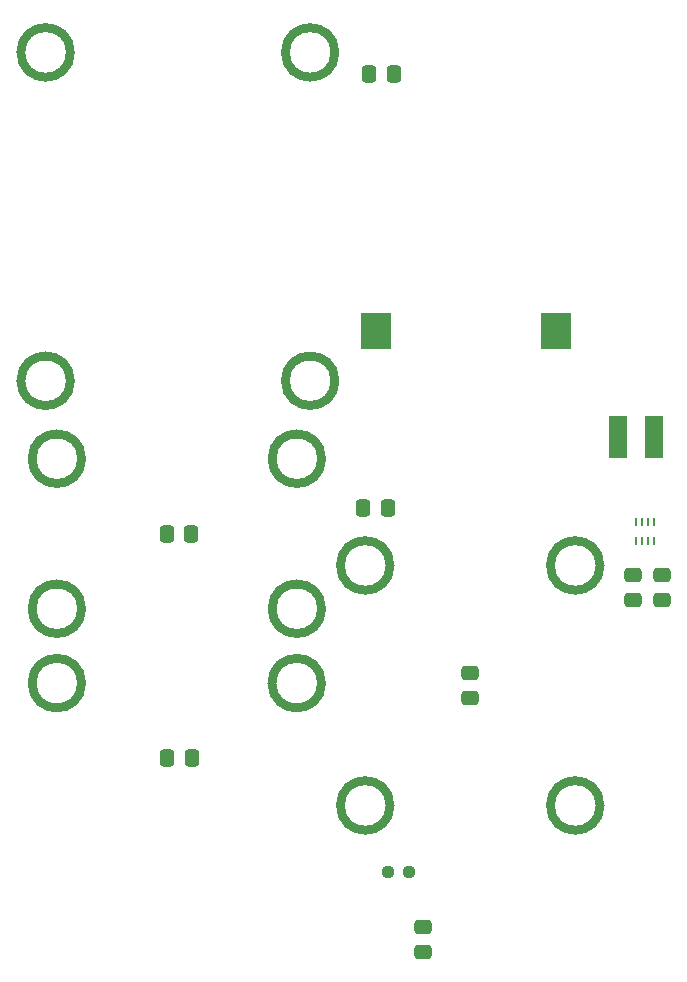
<source format=gbr>
%TF.GenerationSoftware,KiCad,Pcbnew,8.0.5*%
%TF.CreationDate,2025-05-01T20:42:10-04:00*%
%TF.ProjectId,CanSat_Sensor_Board,43616e53-6174-45f5-9365-6e736f725f42,rev?*%
%TF.SameCoordinates,Original*%
%TF.FileFunction,Paste,Top*%
%TF.FilePolarity,Positive*%
%FSLAX46Y46*%
G04 Gerber Fmt 4.6, Leading zero omitted, Abs format (unit mm)*
G04 Created by KiCad (PCBNEW 8.0.5) date 2025-05-01 20:42:10*
%MOMM*%
%LPD*%
G01*
G04 APERTURE LIST*
G04 Aperture macros list*
%AMRoundRect*
0 Rectangle with rounded corners*
0 $1 Rounding radius*
0 $2 $3 $4 $5 $6 $7 $8 $9 X,Y pos of 4 corners*
0 Add a 4 corners polygon primitive as box body*
4,1,4,$2,$3,$4,$5,$6,$7,$8,$9,$2,$3,0*
0 Add four circle primitives for the rounded corners*
1,1,$1+$1,$2,$3*
1,1,$1+$1,$4,$5*
1,1,$1+$1,$6,$7*
1,1,$1+$1,$8,$9*
0 Add four rect primitives between the rounded corners*
20,1,$1+$1,$2,$3,$4,$5,0*
20,1,$1+$1,$4,$5,$6,$7,0*
20,1,$1+$1,$6,$7,$8,$9,0*
20,1,$1+$1,$8,$9,$2,$3,0*%
G04 Aperture macros list end*
%ADD10C,0.750000*%
%ADD11RoundRect,0.250000X-0.475000X0.337500X-0.475000X-0.337500X0.475000X-0.337500X0.475000X0.337500X0*%
%ADD12RoundRect,0.250000X0.475000X-0.337500X0.475000X0.337500X-0.475000X0.337500X-0.475000X-0.337500X0*%
%ADD13RoundRect,0.250000X0.337500X0.475000X-0.337500X0.475000X-0.337500X-0.475000X0.337500X-0.475000X0*%
%ADD14R,2.540000X3.170000*%
%ADD15R,0.228600X0.711200*%
%ADD16RoundRect,0.237500X0.250000X0.237500X-0.250000X0.237500X-0.250000X-0.237500X0.250000X-0.237500X0*%
%ADD17RoundRect,0.250000X-0.337500X-0.475000X0.337500X-0.475000X0.337500X0.475000X-0.337500X0.475000X0*%
%ADD18R,1.500000X3.600000*%
G04 APERTURE END LIST*
D10*
%TO.C,SparkFunXBeeExplorer_U2*%
X144150000Y-59900000D02*
G75*
G02*
X139950000Y-59900000I-2100000J0D01*
G01*
X139950000Y-59900000D02*
G75*
G02*
X144150000Y-59900000I2100000J0D01*
G01*
X144150000Y-87700000D02*
G75*
G02*
X139950000Y-87700000I-2100000J0D01*
G01*
X139950000Y-87700000D02*
G75*
G02*
X144150000Y-87700000I2100000J0D01*
G01*
X166550000Y-59900000D02*
G75*
G02*
X162350000Y-59900000I-2100000J0D01*
G01*
X162350000Y-59900000D02*
G75*
G02*
X166550000Y-59900000I2100000J0D01*
G01*
X166550000Y-87700000D02*
G75*
G02*
X162350000Y-87700000I-2100000J0D01*
G01*
X162350000Y-87700000D02*
G75*
G02*
X166550000Y-87700000I2100000J0D01*
G01*
%TO.C,Adafruit_BME280_STEMMA_QT_U3*%
X145100000Y-113300000D02*
G75*
G02*
X140900000Y-113300000I-2100000J0D01*
G01*
X140900000Y-113300000D02*
G75*
G02*
X145100000Y-113300000I2100000J0D01*
G01*
X165410000Y-113300000D02*
G75*
G02*
X161210000Y-113300000I-2100000J0D01*
G01*
X161210000Y-113300000D02*
G75*
G02*
X165410000Y-113300000I2100000J0D01*
G01*
%TO.C,Adafruit_BNO085_U5*%
X188990000Y-123660000D02*
G75*
G02*
X184790000Y-123660000I-2100000J0D01*
G01*
X184790000Y-123660000D02*
G75*
G02*
X188990000Y-123660000I2100000J0D01*
G01*
X188990000Y-103340000D02*
G75*
G02*
X184790000Y-103340000I-2100000J0D01*
G01*
X184790000Y-103340000D02*
G75*
G02*
X188990000Y-103340000I2100000J0D01*
G01*
X171210000Y-123660000D02*
G75*
G02*
X167010000Y-123660000I-2100000J0D01*
G01*
X167010000Y-123660000D02*
G75*
G02*
X171210000Y-123660000I2100000J0D01*
G01*
X171210000Y-103340000D02*
G75*
G02*
X167010000Y-103340000I-2100000J0D01*
G01*
X167010000Y-103340000D02*
G75*
G02*
X171210000Y-103340000I2100000J0D01*
G01*
%TO.C,Adafruit_LIS3MDL_U4*%
X145100000Y-94300000D02*
G75*
G02*
X140900000Y-94300000I-2100000J0D01*
G01*
X140900000Y-94300000D02*
G75*
G02*
X145100000Y-94300000I2100000J0D01*
G01*
X145100000Y-107000000D02*
G75*
G02*
X140900000Y-107000000I-2100000J0D01*
G01*
X140900000Y-107000000D02*
G75*
G02*
X145100000Y-107000000I2100000J0D01*
G01*
X165420000Y-94300000D02*
G75*
G02*
X161220000Y-94300000I-2100000J0D01*
G01*
X161220000Y-94300000D02*
G75*
G02*
X165420000Y-94300000I2100000J0D01*
G01*
X165420000Y-107000000D02*
G75*
G02*
X161220000Y-107000000I-2100000J0D01*
G01*
X161220000Y-107000000D02*
G75*
G02*
X165420000Y-107000000I2100000J0D01*
G01*
%TD*%
D11*
%TO.C,C8*%
X191750000Y-104175001D03*
X191750000Y-106250001D03*
%TD*%
D12*
%TO.C,C7*%
X194250000Y-106250001D03*
X194250000Y-104175001D03*
%TD*%
%TO.C,C1*%
X174000000Y-136037500D03*
X174000000Y-133962500D03*
%TD*%
D13*
%TO.C,C4*%
X154387500Y-100650000D03*
X152312500Y-100650000D03*
%TD*%
D14*
%TO.C,2894TR_U7*%
X185240000Y-83500000D03*
X170000000Y-83500000D03*
%TD*%
D15*
%TO.C,TPS610333DRLR_U8*%
X192049200Y-101299201D03*
X192549201Y-101299201D03*
X193049201Y-101299201D03*
X193549202Y-101299201D03*
X193549202Y-99700799D03*
X193049201Y-99700799D03*
X192549201Y-99700799D03*
X192049200Y-99700799D03*
%TD*%
D16*
%TO.C,R1*%
X172825000Y-129250000D03*
X171000000Y-129250000D03*
%TD*%
D17*
%TO.C,C6*%
X169462500Y-61750000D03*
X171537500Y-61750000D03*
%TD*%
D18*
%TO.C,WE-LQS_4025_L1*%
X193525000Y-92500000D03*
X190475000Y-92500000D03*
%TD*%
D17*
%TO.C,C3*%
X168962500Y-98500000D03*
X171037500Y-98500000D03*
%TD*%
D12*
%TO.C,C5*%
X178000000Y-114537500D03*
X178000000Y-112462500D03*
%TD*%
D17*
%TO.C,C2*%
X152342500Y-119650000D03*
X154417500Y-119650000D03*
%TD*%
M02*

</source>
